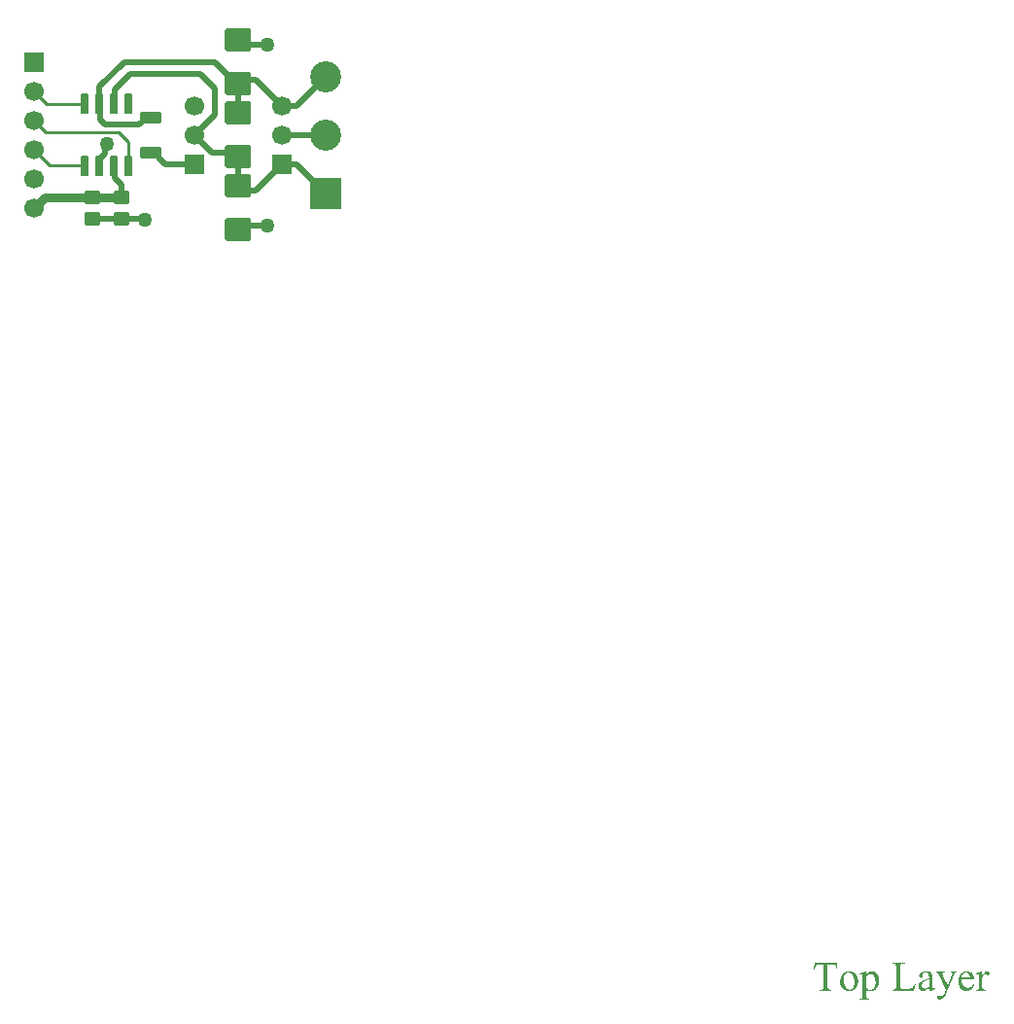
<source format=gbr>
%TF.GenerationSoftware,Altium Limited,Altium Designer,21.3.0 (21)*%
G04 Layer_Physical_Order=1*
G04 Layer_Color=255*
%FSLAX45Y45*%
%MOMM*%
%TF.SameCoordinates,798F48EE-B9F3-42F3-8741-5E889E50E555*%
%TF.FilePolarity,Positive*%
%TF.FileFunction,Copper,L1,Top,Signal*%
%TF.Part,Single*%
G01*
G75*
%TA.AperFunction,SMDPad,CuDef*%
G04:AMPARAMS|DCode=10|XSize=0.6mm|YSize=1.778mm|CornerRadius=0.06mm|HoleSize=0mm|Usage=FLASHONLY|Rotation=180.000|XOffset=0mm|YOffset=0mm|HoleType=Round|Shape=RoundedRectangle|*
%AMROUNDEDRECTD10*
21,1,0.60000,1.65800,0,0,180.0*
21,1,0.48000,1.77800,0,0,180.0*
1,1,0.12000,-0.24000,0.82900*
1,1,0.12000,0.24000,0.82900*
1,1,0.12000,0.24000,-0.82900*
1,1,0.12000,-0.24000,-0.82900*
%
%ADD10ROUNDEDRECTD10*%
G04:AMPARAMS|DCode=11|XSize=2.286mm|YSize=2.032mm|CornerRadius=0.2032mm|HoleSize=0mm|Usage=FLASHONLY|Rotation=0.000|XOffset=0mm|YOffset=0mm|HoleType=Round|Shape=RoundedRectangle|*
%AMROUNDEDRECTD11*
21,1,2.28600,1.62560,0,0,0.0*
21,1,1.87960,2.03200,0,0,0.0*
1,1,0.40640,0.93980,-0.81280*
1,1,0.40640,-0.93980,-0.81280*
1,1,0.40640,-0.93980,0.81280*
1,1,0.40640,0.93980,0.81280*
%
%ADD11ROUNDEDRECTD11*%
G04:AMPARAMS|DCode=12|XSize=1.8mm|YSize=1.1mm|CornerRadius=0.11mm|HoleSize=0mm|Usage=FLASHONLY|Rotation=0.000|XOffset=0mm|YOffset=0mm|HoleType=Round|Shape=RoundedRectangle|*
%AMROUNDEDRECTD12*
21,1,1.80000,0.88000,0,0,0.0*
21,1,1.58000,1.10000,0,0,0.0*
1,1,0.22000,0.79000,-0.44000*
1,1,0.22000,-0.79000,-0.44000*
1,1,0.22000,-0.79000,0.44000*
1,1,0.22000,0.79000,0.44000*
%
%ADD12ROUNDEDRECTD12*%
G04:AMPARAMS|DCode=13|XSize=1.4mm|YSize=1.2mm|CornerRadius=0.12mm|HoleSize=0mm|Usage=FLASHONLY|Rotation=0.000|XOffset=0mm|YOffset=0mm|HoleType=Round|Shape=RoundedRectangle|*
%AMROUNDEDRECTD13*
21,1,1.40000,0.96000,0,0,0.0*
21,1,1.16000,1.20000,0,0,0.0*
1,1,0.24000,0.58000,-0.48000*
1,1,0.24000,-0.58000,-0.48000*
1,1,0.24000,-0.58000,0.48000*
1,1,0.24000,0.58000,0.48000*
%
%ADD13ROUNDEDRECTD13*%
%TA.AperFunction,Conductor*%
%ADD14C,0.50800*%
%ADD15C,0.25400*%
%ADD16C,0.76200*%
%TA.AperFunction,ComponentPad*%
%ADD17C,2.70000*%
%ADD18R,2.70000X2.70000*%
%ADD19C,1.70000*%
%ADD20R,1.70000X1.70000*%
%ADD21R,1.70000X1.70000*%
%TA.AperFunction,ViaPad*%
%ADD22C,1.27000*%
G36*
X30175827Y12549945D02*
X30168716D01*
Y12550283D01*
Y12550622D01*
X30168378Y12552315D01*
X30168039Y12555023D01*
X30167361Y12558409D01*
X30166006Y12565519D01*
X30164993Y12568905D01*
X30163638Y12571614D01*
X30163300Y12571953D01*
X30162622Y12573307D01*
X30161267Y12575000D01*
X30159573Y12577370D01*
X30157544Y12579740D01*
X30154834Y12582449D01*
X30152127Y12584819D01*
X30148740Y12586850D01*
X30148401Y12587189D01*
X30147046Y12587527D01*
X30145016Y12588543D01*
X30142307Y12589559D01*
X30138922Y12590236D01*
X30134518Y12591252D01*
X30129779Y12591590D01*
X30124362Y12591929D01*
X30090503D01*
Y12406047D01*
Y12405709D01*
Y12405032D01*
Y12404016D01*
Y12402323D01*
X30090842Y12398599D01*
X30091180Y12394197D01*
X30091519Y12389457D01*
X30092535Y12385055D01*
X30093552Y12380992D01*
X30094568Y12379638D01*
X30095245Y12378284D01*
X30095581Y12377945D01*
X30096597Y12377268D01*
X30098291Y12375914D01*
X30100323Y12374559D01*
X30103369Y12373205D01*
X30107095Y12371851D01*
X30111157Y12371173D01*
X30116235Y12370835D01*
X30124701D01*
Y12364063D01*
X30021094D01*
Y12370835D01*
X30032269D01*
X30034976Y12371173D01*
X30038361Y12371851D01*
X30041748Y12373205D01*
X30045471Y12374559D01*
X30048859Y12376929D01*
X30051904Y12379977D01*
X30052243Y12380315D01*
X30052582Y12381331D01*
X30053259Y12383024D01*
X30053937Y12385394D01*
X30054614Y12388780D01*
X30055292Y12393520D01*
X30055969Y12398937D01*
Y12402323D01*
Y12406047D01*
Y12591929D01*
X30020755D01*
X30017032Y12591590D01*
X30009244Y12590913D01*
X30005521Y12590236D01*
X30002472Y12589220D01*
X30002133D01*
X30000778Y12588543D01*
X29999088Y12587527D01*
X29997055Y12586173D01*
X29994345Y12584480D01*
X29991638Y12582110D01*
X29988928Y12579401D01*
X29986221Y12576015D01*
X29985883Y12575677D01*
X29985205Y12574323D01*
X29984189Y12572291D01*
X29982834Y12569244D01*
X29981479Y12565519D01*
X29980466Y12561118D01*
X29979449Y12555701D01*
X29978772Y12549945D01*
X29972000D01*
X29974371Y12607165D01*
X30173456D01*
X30175827Y12549945D01*
D02*
G37*
G36*
X31482077Y12532677D02*
X31484445Y12532338D01*
X31486816Y12531661D01*
X31489862Y12530307D01*
X31492572Y12528953D01*
X31494943Y12526921D01*
X31495279Y12526583D01*
X31495959Y12525905D01*
X31496973Y12524551D01*
X31498328Y12522858D01*
X31499683Y12520827D01*
X31500699Y12518457D01*
X31501376Y12515748D01*
X31501712Y12513039D01*
Y12512701D01*
Y12512023D01*
X31501376Y12510669D01*
X31501035Y12508976D01*
X31499683Y12504913D01*
X31498666Y12503220D01*
X31496973Y12501189D01*
X31496634Y12500850D01*
X31496295Y12500512D01*
X31495279Y12499835D01*
X31493927Y12498819D01*
X31490201Y12497126D01*
X31488171Y12496787D01*
X31485800Y12496449D01*
X31484784D01*
X31483429Y12496787D01*
X31481738Y12497126D01*
X31479367Y12497803D01*
X31476996Y12499157D01*
X31474289Y12500512D01*
X31471579Y12502543D01*
X31471240Y12502882D01*
X31470224Y12503559D01*
X31468872Y12504575D01*
X31467178Y12505929D01*
X31463455Y12507961D01*
X31461761Y12508638D01*
X31460068Y12508976D01*
X31459390D01*
X31458035Y12508638D01*
X31456006Y12507283D01*
X31454651Y12506606D01*
X31453296Y12505252D01*
X31452957Y12504913D01*
X31451941Y12503898D01*
X31450250Y12501866D01*
X31448218Y12499496D01*
X31445847Y12496110D01*
X31442801Y12491709D01*
X31439752Y12486630D01*
X31436707Y12480874D01*
Y12402323D01*
Y12401646D01*
Y12399953D01*
X31437045Y12397583D01*
Y12394536D01*
X31438062Y12387764D01*
X31439075Y12384378D01*
X31440091Y12381669D01*
Y12381331D01*
X31440430Y12380992D01*
X31442123Y12378961D01*
X31444492Y12376252D01*
X31448218Y12373543D01*
X31448557D01*
X31449234Y12373205D01*
X31450589Y12372528D01*
X31452618Y12372189D01*
X31454990Y12371512D01*
X31458035Y12370835D01*
X31461423Y12370496D01*
X31465485D01*
Y12364063D01*
X31381177D01*
Y12370496D01*
X31383209D01*
X31385242Y12370835D01*
X31387949D01*
X31394043Y12372189D01*
X31397092Y12372866D01*
X31399463Y12374221D01*
X31399799D01*
X31400140Y12374898D01*
X31402170Y12376591D01*
X31404202Y12379638D01*
X31405896Y12383701D01*
Y12384039D01*
X31406232Y12384378D01*
Y12385394D01*
X31406573Y12387087D01*
Y12389457D01*
X31406912Y12392504D01*
Y12396228D01*
Y12401307D01*
Y12464622D01*
Y12464961D01*
Y12465976D01*
Y12467331D01*
Y12469024D01*
Y12471394D01*
Y12473764D01*
Y12479520D01*
X31406573Y12485276D01*
X31406232Y12491031D01*
Y12493401D01*
X31405896Y12495433D01*
Y12497126D01*
X31405557Y12498480D01*
Y12498819D01*
X31405219Y12499496D01*
X31404541Y12501527D01*
X31403186Y12504236D01*
X31401154Y12506606D01*
X31400476Y12506945D01*
X31399124Y12507961D01*
X31396753Y12508638D01*
X31393365Y12508976D01*
X31391336D01*
X31389642Y12508638D01*
X31385919Y12507961D01*
X31380841Y12506606D01*
X31379147Y12513039D01*
X31428918Y12533016D01*
X31436707D01*
Y12495772D01*
X31437045Y12496110D01*
X31437720Y12497464D01*
X31438736Y12499157D01*
X31440091Y12501527D01*
X31442123Y12504575D01*
X31444156Y12507622D01*
X31449573Y12514394D01*
X31456006Y12521165D01*
X31459390Y12524551D01*
X31463116Y12527260D01*
X31466840Y12529630D01*
X31470563Y12531323D01*
X31474628Y12532677D01*
X31478690Y12533016D01*
X31480383D01*
X31482077Y12532677D01*
D02*
G37*
G36*
X30481903D02*
X30483936Y12532338D01*
X30486646Y12532000D01*
X30492401Y12530645D01*
X30498834Y12528275D01*
X30502219Y12526583D01*
X30505606Y12524890D01*
X30509329Y12522520D01*
X30512714Y12519811D01*
X30516101Y12516764D01*
X30519150Y12513378D01*
X30519489Y12513039D01*
X30520163Y12512362D01*
X30521179Y12511008D01*
X30522195Y12508976D01*
X30523889Y12506606D01*
X30525583Y12503898D01*
X30527274Y12500512D01*
X30529306Y12496787D01*
X30531339Y12492724D01*
X30533029Y12487984D01*
X30534723Y12482905D01*
X30536417Y12477488D01*
X30537433Y12471394D01*
X30538449Y12465299D01*
X30539124Y12458866D01*
X30539462Y12451756D01*
Y12451417D01*
Y12450063D01*
Y12447693D01*
X30539124Y12444646D01*
X30538785Y12441260D01*
X30538110Y12436858D01*
X30537433Y12432118D01*
X30536417Y12427039D01*
X30535062Y12421622D01*
X30533368Y12416205D01*
X30531339Y12410110D01*
X30528967Y12404354D01*
X30526260Y12398599D01*
X30522873Y12392504D01*
X30519150Y12387087D01*
X30514746Y12381669D01*
X30514407Y12381331D01*
X30513730Y12380654D01*
X30512714Y12379638D01*
X30511023Y12378284D01*
X30509329Y12376252D01*
X30506961Y12374559D01*
X30503912Y12372528D01*
X30500864Y12370496D01*
X30497479Y12368126D01*
X30493756Y12366095D01*
X30484952Y12362709D01*
X30480212Y12361016D01*
X30475134Y12360000D01*
X30470053Y12359323D01*
X30464297Y12358984D01*
X30461929D01*
X30459558Y12359323D01*
X30456512Y12359662D01*
X30452786Y12360000D01*
X30449063Y12360677D01*
X30444998Y12361693D01*
X30441275Y12363047D01*
X30440936D01*
X30439920Y12363725D01*
X30438565Y12364402D01*
X30436536Y12365417D01*
X30434164Y12366772D01*
X30431458Y12368465D01*
X30428748Y12370835D01*
X30425360Y12373543D01*
Y12323433D01*
Y12323095D01*
Y12322756D01*
Y12320725D01*
Y12318016D01*
X30425699Y12314630D01*
Y12310906D01*
X30426376Y12307520D01*
X30426715Y12304473D01*
X30427393Y12302103D01*
Y12301764D01*
X30427731Y12301425D01*
X30429086Y12299394D01*
X30431116Y12297024D01*
X30434503Y12294654D01*
X30434842D01*
X30435519Y12294315D01*
X30436874Y12293977D01*
X30438904Y12293300D01*
X30441275Y12292961D01*
X30444659Y12292284D01*
X30448386Y12291945D01*
X30453125D01*
Y12285512D01*
X30367126D01*
Y12291945D01*
X30373221D01*
X30374911Y12292284D01*
X30377283Y12292622D01*
X30382700Y12293638D01*
X30385410Y12294654D01*
X30388116Y12296008D01*
X30388794Y12296347D01*
X30390149Y12297363D01*
X30391843Y12299394D01*
X30393536Y12302103D01*
Y12302441D01*
X30393872Y12303118D01*
X30394211Y12304473D01*
X30394550Y12306504D01*
X30394888Y12309551D01*
X30395227Y12313276D01*
X30395566Y12318355D01*
Y12324449D01*
Y12480197D01*
Y12480535D01*
Y12480874D01*
Y12482905D01*
Y12485614D01*
X30395227Y12488661D01*
Y12492047D01*
X30394888Y12495433D01*
X30394550Y12498142D01*
X30393872Y12500173D01*
Y12500512D01*
X30393536Y12500850D01*
X30392856Y12502543D01*
X30391165Y12504913D01*
X30389133Y12506606D01*
X30388455Y12506945D01*
X30387103Y12507961D01*
X30384393Y12508638D01*
X30380667Y12508976D01*
X30378976D01*
X30377960Y12508638D01*
X30374234Y12507961D01*
X30369833Y12506606D01*
X30367801Y12512362D01*
X30418250Y12532338D01*
X30425360D01*
Y12494417D01*
X30426038Y12495094D01*
X30426715Y12496110D01*
X30427393Y12497464D01*
X30430099Y12501189D01*
X30433148Y12505929D01*
X30437213Y12510669D01*
X30441275Y12515748D01*
X30446014Y12520488D01*
X30450754Y12524212D01*
X30451431Y12524551D01*
X30453125Y12525567D01*
X30455496Y12526921D01*
X30458881Y12528614D01*
X30462943Y12530307D01*
X30467685Y12531661D01*
X30472763Y12532677D01*
X30477841Y12533016D01*
X30480212D01*
X30481903Y12532677D01*
D02*
G37*
G36*
X31211887Y12521842D02*
X31211548D01*
X31210873Y12521504D01*
X31209518D01*
X31208163Y12521165D01*
X31204776Y12520149D01*
X31201730Y12518795D01*
X31201053Y12518457D01*
X31199359Y12517102D01*
X31196991Y12514394D01*
X31195297Y12512701D01*
X31193942Y12510669D01*
X31193604Y12509992D01*
X31193265Y12509315D01*
X31192587Y12507961D01*
X31191571Y12506268D01*
X31190558Y12503898D01*
X31189542Y12500850D01*
X31187848Y12497126D01*
X31120810Y12333252D01*
Y12332914D01*
X31120471Y12332236D01*
X31119794Y12330882D01*
X31119116Y12329528D01*
X31118100Y12327496D01*
X31117084Y12325126D01*
X31114038Y12320047D01*
X31110312Y12313953D01*
X31106250Y12308197D01*
X31101172Y12302441D01*
X31095416Y12297363D01*
X31094739Y12296685D01*
X31092706Y12295331D01*
X31089658Y12293300D01*
X31085934Y12291268D01*
X31081195Y12288898D01*
X31076453Y12286866D01*
X31071036Y12285512D01*
X31065619Y12284835D01*
X31063928D01*
X31061896Y12285174D01*
X31059525Y12285512D01*
X31056818Y12286528D01*
X31053769Y12287544D01*
X31051062Y12289237D01*
X31048352Y12291268D01*
X31048013Y12291607D01*
X31047336Y12292284D01*
X31046320Y12293638D01*
X31044965Y12295331D01*
X31043613Y12297363D01*
X31042596Y12299733D01*
X31041919Y12302441D01*
X31041580Y12305150D01*
Y12305488D01*
Y12306504D01*
X31041919Y12307859D01*
X31042258Y12309551D01*
X31043613Y12313614D01*
X31044629Y12315307D01*
X31046320Y12317339D01*
X31046658Y12317677D01*
X31047336Y12318016D01*
X31048352Y12318693D01*
X31049707Y12319709D01*
X31051740Y12320386D01*
X31054108Y12321063D01*
X31056818Y12321402D01*
X31059863Y12321740D01*
X31060880D01*
X31062234Y12321402D01*
X31063928D01*
X31066296Y12320725D01*
X31069006Y12320047D01*
X31072052Y12319370D01*
X31075778Y12318016D01*
X31076117D01*
X31076794Y12317677D01*
X31078146Y12317339D01*
X31079501Y12316662D01*
X31082550Y12315646D01*
X31083566Y12315307D01*
X31085596D01*
X31086612Y12315646D01*
X31087967Y12315985D01*
X31089999Y12316662D01*
X31092029Y12317677D01*
X31094061Y12319032D01*
X31096432Y12321063D01*
X31096768Y12321402D01*
X31097446Y12322079D01*
X31098801Y12323772D01*
X31100494Y12325803D01*
X31102524Y12328512D01*
X31104556Y12332236D01*
X31106927Y12336977D01*
X31109296Y12342394D01*
X31120810Y12370835D01*
X31061896Y12494079D01*
Y12494417D01*
X31061557Y12495094D01*
X31060880Y12496449D01*
X31059863Y12498142D01*
X31058511Y12500173D01*
X31057156Y12502543D01*
X31053430Y12507961D01*
X31053091Y12508299D01*
X31052753Y12508976D01*
X31051740Y12509992D01*
X31050723Y12511346D01*
X31048352Y12514394D01*
X31046997Y12515748D01*
X31045981Y12516764D01*
X31045645D01*
X31045306Y12517102D01*
X31044290Y12517779D01*
X31042935Y12518457D01*
X31040903Y12519134D01*
X31038873Y12520149D01*
X31035825Y12520827D01*
X31032776Y12521842D01*
Y12528275D01*
X31109296D01*
Y12521842D01*
X31104218D01*
X31102863Y12521504D01*
X31101172D01*
X31097107Y12520149D01*
X31095078Y12519472D01*
X31093384Y12518118D01*
X31092706Y12517441D01*
X31091351Y12515748D01*
X31089999Y12513039D01*
X31089658Y12511346D01*
X31089322Y12509315D01*
Y12508976D01*
Y12507961D01*
X31089658Y12506606D01*
X31089999Y12504236D01*
X31090674Y12501527D01*
X31092029Y12498480D01*
X31093384Y12494417D01*
X31095416Y12490016D01*
X31135367Y12407063D01*
X31172272Y12497803D01*
Y12498142D01*
X31172614Y12499157D01*
X31173288Y12500512D01*
X31173965Y12502543D01*
X31174982Y12506945D01*
X31175320Y12512362D01*
Y12513039D01*
Y12514394D01*
X31174643Y12516086D01*
X31173965Y12517441D01*
X31173627Y12517779D01*
X31172949Y12518457D01*
X31171597Y12519472D01*
X31169565Y12520488D01*
X31168887Y12520827D01*
X31168210D01*
X31167194Y12521165D01*
X31165503Y12521504D01*
X31163809D01*
X31161438Y12521842D01*
X31158731D01*
Y12528275D01*
X31211887D01*
Y12521842D01*
D02*
G37*
G36*
X30761234Y12600393D02*
X30758188D01*
X30754462Y12600055D01*
X30750400D01*
X30745999Y12599378D01*
X30741257Y12598700D01*
X30737195Y12598023D01*
X30733810Y12596669D01*
X30733472D01*
X30732455Y12595992D01*
X30731100Y12595315D01*
X30729745Y12593960D01*
X30726022Y12591252D01*
X30724667Y12589220D01*
X30723312Y12587189D01*
Y12586850D01*
X30722974Y12586173D01*
X30722635Y12584480D01*
X30721960Y12581771D01*
X30721622Y12578386D01*
X30720944Y12573645D01*
Y12570937D01*
X30720605Y12567890D01*
Y12564165D01*
Y12560441D01*
Y12407402D01*
Y12406724D01*
Y12405032D01*
Y12402323D01*
X30720944Y12399276D01*
X30721622Y12392504D01*
X30722299Y12389457D01*
X30723312Y12386748D01*
X30723651Y12386071D01*
X30725006Y12384717D01*
X30727039Y12383024D01*
X30729745Y12381331D01*
X30730084D01*
X30730762Y12380992D01*
X30732455Y12380654D01*
X30735165D01*
X30738550Y12380315D01*
X30740921Y12379977D01*
X30743628D01*
X30746677Y12379638D01*
X30782565D01*
X30785275Y12379977D01*
X30791031Y12380315D01*
X30797464Y12380654D01*
X30803897Y12381331D01*
X30809991Y12382347D01*
X30812360Y12383024D01*
X30814731Y12383701D01*
X30815408Y12384039D01*
X30816763Y12384378D01*
X30818793Y12385394D01*
X30821503Y12387087D01*
X30824887Y12389118D01*
X30828275Y12391488D01*
X30831998Y12394536D01*
X30835385Y12398260D01*
X30835724Y12398599D01*
X30837076Y12400291D01*
X30838770Y12402662D01*
X30841479Y12406386D01*
X30844186Y12411126D01*
X30847235Y12416543D01*
X30850958Y12423654D01*
X30854346Y12431441D01*
X30860101Y12430087D01*
X30839447Y12364063D01*
X30651196D01*
Y12370835D01*
X30662708D01*
X30665417Y12371512D01*
X30668463Y12372189D01*
X30672189Y12373205D01*
X30675912Y12374898D01*
X30679297Y12377268D01*
X30682007Y12380654D01*
X30682346Y12380992D01*
X30682684Y12382008D01*
X30683362Y12383701D01*
X30684039Y12386071D01*
X30684714Y12389795D01*
X30685391Y12394197D01*
X30686069Y12399953D01*
Y12403339D01*
Y12407063D01*
Y12564165D01*
Y12564504D01*
Y12565181D01*
Y12566197D01*
Y12567890D01*
X30685730Y12571614D01*
X30685391Y12576015D01*
X30684714Y12580756D01*
X30684039Y12585496D01*
X30682684Y12589559D01*
X30682007Y12590913D01*
X30680991Y12592267D01*
X30680652Y12592606D01*
X30679636Y12593622D01*
X30677942Y12594976D01*
X30675574Y12596330D01*
X30672864Y12597685D01*
X30669141Y12599039D01*
X30664740Y12600055D01*
X30659998Y12600393D01*
X30651196D01*
Y12607165D01*
X30761234D01*
Y12600393D01*
D02*
G37*
G36*
X30952194Y12532677D02*
X30954565D01*
X30959644Y12532000D01*
X30965060Y12531323D01*
X30971155Y12529968D01*
X30977249Y12527937D01*
X30982666Y12525567D01*
X30983005Y12525228D01*
X30984360Y12524551D01*
X30986392Y12523197D01*
X30988422Y12521165D01*
X30991132Y12518795D01*
X30993839Y12515748D01*
X30996210Y12512362D01*
X30998242Y12508299D01*
Y12507961D01*
X30998920Y12506606D01*
X30999258Y12504575D01*
X30999936Y12501527D01*
X31000613Y12497126D01*
X31000952Y12491709D01*
X31001288Y12488661D01*
X31001627Y12484937D01*
Y12481213D01*
Y12476811D01*
Y12420945D01*
Y12420606D01*
Y12419929D01*
Y12418913D01*
Y12417221D01*
Y12413158D01*
Y12408756D01*
X31001965Y12403677D01*
Y12398937D01*
Y12394874D01*
X31002304Y12393520D01*
Y12392165D01*
Y12391827D01*
X31002643Y12391488D01*
X31002982Y12389457D01*
X31003998Y12387087D01*
X31005353Y12385394D01*
X31005692Y12385055D01*
X31006708Y12384717D01*
X31008060Y12384039D01*
X31010092Y12383701D01*
X31011786D01*
X31013477Y12384039D01*
X31015170Y12384717D01*
X31015509D01*
X31015848Y12385394D01*
X31016864Y12386071D01*
X31018558Y12387425D01*
X31020251Y12389118D01*
X31022958Y12391150D01*
X31026007Y12394197D01*
X31029730Y12397921D01*
Y12387764D01*
X31029391Y12387425D01*
X31028714Y12386748D01*
X31027698Y12385394D01*
X31026343Y12383701D01*
X31024313Y12381669D01*
X31022281Y12379299D01*
X31017203Y12374559D01*
X31011447Y12369480D01*
X31005014Y12365079D01*
X31001627Y12363386D01*
X30998242Y12362032D01*
X30994855Y12361355D01*
X30991470Y12361016D01*
X30990115D01*
X30988422Y12361355D01*
X30986392Y12361693D01*
X30984021Y12362370D01*
X30981653Y12363386D01*
X30979282Y12364740D01*
X30977249Y12366772D01*
X30976910Y12367110D01*
X30976572Y12368126D01*
X30975558Y12369480D01*
X30974881Y12371512D01*
X30973865Y12374559D01*
X30972849Y12377945D01*
X30972510Y12382347D01*
X30972171Y12387425D01*
X30971832Y12387087D01*
X30971155Y12386748D01*
X30969800Y12385732D01*
X30968109Y12384378D01*
X30963708Y12381331D01*
X30958627Y12377268D01*
X30953210Y12373543D01*
X30948132Y12369819D01*
X30943729Y12366772D01*
X30941699Y12365756D01*
X30940344Y12365079D01*
X30940005Y12364740D01*
X30938651Y12364402D01*
X30936621Y12363725D01*
X30934250Y12363047D01*
X30930865Y12362032D01*
X30927478Y12361355D01*
X30923755Y12361016D01*
X30919690Y12360677D01*
X30919016D01*
X30916983Y12361016D01*
X30913596Y12361355D01*
X30909872Y12362032D01*
X30905472Y12363386D01*
X30900729Y12365417D01*
X30895990Y12368465D01*
X30891589Y12372189D01*
X30891251Y12372866D01*
X30889896Y12374221D01*
X30888202Y12376929D01*
X30886172Y12380315D01*
X30884140Y12384717D01*
X30882446Y12389795D01*
X30881094Y12395890D01*
X30880753Y12402662D01*
Y12403339D01*
Y12404693D01*
X30881094Y12407063D01*
X30881430Y12409772D01*
X30882108Y12413158D01*
X30882785Y12416543D01*
X30884140Y12420268D01*
X30885834Y12423654D01*
X30886172Y12424331D01*
X30887186Y12425685D01*
X30889218Y12428055D01*
X30891928Y12431102D01*
X30895312Y12434488D01*
X30899716Y12438213D01*
X30905133Y12442276D01*
X30911566Y12446339D01*
X30911905D01*
X30912582Y12446677D01*
X30913596Y12447354D01*
X30914951Y12448370D01*
X30916983Y12449386D01*
X30919690Y12450740D01*
X30922400Y12452094D01*
X30926123Y12453787D01*
X30929849Y12455480D01*
X30934250Y12457512D01*
X30939328Y12459882D01*
X30944745Y12461913D01*
X30950842Y12464622D01*
X30957275Y12466992D01*
X30964383Y12470039D01*
X30972171Y12472748D01*
Y12479181D01*
Y12479520D01*
Y12480197D01*
Y12481551D01*
Y12483244D01*
X30971832Y12485276D01*
Y12487307D01*
X30971155Y12492386D01*
X30970139Y12498142D01*
X30968784Y12503559D01*
X30967093Y12508638D01*
X30965738Y12510669D01*
X30964383Y12512701D01*
X30964044Y12513039D01*
X30963031Y12514055D01*
X30960999Y12515748D01*
X30958627Y12517441D01*
X30955582Y12519134D01*
X30951517Y12520827D01*
X30947116Y12521842D01*
X30941699Y12522181D01*
X30940005D01*
X30937973Y12521842D01*
X30935266Y12521504D01*
X30932556Y12520488D01*
X30929510Y12519472D01*
X30926462Y12517779D01*
X30923755Y12515748D01*
X30923416Y12515409D01*
X30922739Y12514732D01*
X30921722Y12513378D01*
X30920367Y12511685D01*
X30919016Y12509653D01*
X30917999Y12507283D01*
X30917322Y12504575D01*
X30916983Y12501866D01*
X30917661Y12491370D01*
Y12491031D01*
Y12490016D01*
X30917322Y12488661D01*
X30916983Y12486630D01*
X30915967Y12482567D01*
X30914612Y12480535D01*
X30913257Y12478842D01*
X30912918Y12478504D01*
X30912582Y12478165D01*
X30911566Y12477488D01*
X30910211Y12476811D01*
X30906824Y12475118D01*
X30904456Y12474779D01*
X30902084Y12474441D01*
X30901068D01*
X30899716Y12474779D01*
X30898361Y12475118D01*
X30894974Y12476472D01*
X30892944Y12477488D01*
X30891251Y12478842D01*
Y12479181D01*
X30890573Y12479858D01*
X30889896Y12480874D01*
X30889218Y12482228D01*
X30888541Y12483921D01*
X30887863Y12486291D01*
X30887527Y12489000D01*
X30887186Y12491709D01*
Y12492047D01*
Y12492386D01*
X30887527Y12494417D01*
X30887863Y12497126D01*
X30889218Y12500850D01*
X30890912Y12505252D01*
X30893619Y12509992D01*
X30897684Y12515071D01*
X30900052Y12517441D01*
X30902762Y12519811D01*
X30903101D01*
X30903439Y12520488D01*
X30904456Y12521165D01*
X30905807Y12521842D01*
X30907162Y12522858D01*
X30909195Y12523874D01*
X30911566Y12525228D01*
X30914273Y12526583D01*
X30920367Y12528953D01*
X30927817Y12530984D01*
X30936621Y12532338D01*
X30946777Y12533016D01*
X30950500D01*
X30952194Y12532677D01*
D02*
G37*
G36*
X31308044D02*
X31310416Y12532338D01*
X31313123Y12532000D01*
X31319556Y12530645D01*
X31326666Y12528614D01*
X31334116Y12525228D01*
X31337839Y12523197D01*
X31341565Y12520827D01*
X31345288Y12518118D01*
X31348672Y12514732D01*
X31349014Y12514394D01*
X31349353Y12514055D01*
X31350366Y12512701D01*
X31351382Y12511346D01*
X31352737Y12509653D01*
X31354431Y12507283D01*
X31356122Y12504913D01*
X31357816Y12501866D01*
X31359171Y12498480D01*
X31360864Y12494756D01*
X31362555Y12490693D01*
X31363910Y12486630D01*
X31365942Y12476811D01*
X31366281Y12471394D01*
X31366620Y12465976D01*
X31253195D01*
Y12465638D01*
Y12464283D01*
Y12462591D01*
X31253534Y12459882D01*
Y12456835D01*
X31254211Y12453449D01*
X31254550Y12449386D01*
X31255225Y12444984D01*
X31257257Y12435843D01*
X31260641Y12426362D01*
X31262674Y12421622D01*
X31265045Y12417221D01*
X31267752Y12412819D01*
X31270801Y12408756D01*
X31271140Y12408417D01*
X31271478Y12407740D01*
X31272495Y12406724D01*
X31273849Y12405709D01*
X31275540Y12404016D01*
X31277911Y12402323D01*
X31282651Y12398599D01*
X31289084Y12394536D01*
X31296194Y12391488D01*
X31299918Y12390134D01*
X31303983Y12389118D01*
X31308383Y12388441D01*
X31312784Y12388102D01*
X31315494D01*
X31318542Y12388441D01*
X31322266Y12389118D01*
X31326666Y12390134D01*
X31331406Y12391827D01*
X31336148Y12393858D01*
X31340887Y12396567D01*
X31341565Y12396906D01*
X31342920Y12398260D01*
X31345288Y12400630D01*
X31347998Y12403677D01*
X31351382Y12408079D01*
X31354770Y12413158D01*
X31358154Y12419591D01*
X31361203Y12427378D01*
X31366620Y12423654D01*
Y12423315D01*
X31366281Y12422638D01*
Y12421284D01*
X31365604Y12419591D01*
X31365265Y12417221D01*
X31364249Y12414850D01*
X31362219Y12408756D01*
X31359509Y12401984D01*
X31355786Y12394536D01*
X31350705Y12386748D01*
X31344611Y12378961D01*
X31344272Y12378622D01*
X31343933Y12377945D01*
X31342920Y12377268D01*
X31341226Y12375914D01*
X31339532Y12374221D01*
X31337500Y12372528D01*
X31335132Y12370835D01*
X31332083Y12369142D01*
X31325650Y12365417D01*
X31317862Y12362032D01*
X31313461Y12360677D01*
X31309061Y12360000D01*
X31304321Y12359323D01*
X31299240Y12358984D01*
X31296533D01*
X31294162Y12359323D01*
X31291794Y12359662D01*
X31288745Y12360339D01*
X31285361Y12361016D01*
X31281973Y12361693D01*
X31273849Y12364402D01*
X31269785Y12366433D01*
X31265384Y12368465D01*
X31261319Y12371173D01*
X31256918Y12374221D01*
X31252856Y12377606D01*
X31248792Y12381669D01*
X31248453Y12382008D01*
X31247778Y12382685D01*
X31246762Y12384039D01*
X31245407Y12385732D01*
X31244052Y12388102D01*
X31242020Y12391150D01*
X31240329Y12394197D01*
X31238297Y12397921D01*
X31236264Y12402323D01*
X31234573Y12407063D01*
X31232541Y12412142D01*
X31231186Y12417559D01*
X31229831Y12423315D01*
X31228815Y12429748D01*
X31228140Y12436520D01*
X31227802Y12443630D01*
Y12443969D01*
Y12445323D01*
Y12447693D01*
X31228140Y12450740D01*
X31228479Y12454126D01*
X31228815Y12458189D01*
X31229495Y12462591D01*
X31230508Y12467669D01*
X31232880Y12478165D01*
X31234912Y12483583D01*
X31236942Y12489000D01*
X31239313Y12494417D01*
X31242020Y12499835D01*
X31245407Y12504575D01*
X31249130Y12509315D01*
X31249469Y12509653D01*
X31250146Y12510331D01*
X31251501Y12511346D01*
X31253195Y12513039D01*
X31255225Y12514732D01*
X31257596Y12516764D01*
X31260641Y12519134D01*
X31264029Y12521165D01*
X31267752Y12523535D01*
X31271817Y12525567D01*
X31276218Y12527598D01*
X31281296Y12529291D01*
X31286374Y12530984D01*
X31291794Y12532000D01*
X31297211Y12532677D01*
X31303305Y12533016D01*
X31306012D01*
X31308044Y12532677D01*
D02*
G37*
G36*
X30280447D02*
X30282819D01*
X30286203Y12532000D01*
X30289590Y12531661D01*
X30293652Y12530645D01*
X30298053Y12529630D01*
X30302795Y12527937D01*
X30307874Y12526244D01*
X30312613Y12523874D01*
X30317691Y12521165D01*
X30322772Y12517779D01*
X30327512Y12514055D01*
X30332251Y12509653D01*
X30336652Y12504575D01*
X30336990Y12504236D01*
X30337329Y12503559D01*
X30338345Y12502205D01*
X30339700Y12500173D01*
X30341055Y12498142D01*
X30342746Y12495094D01*
X30344440Y12492047D01*
X30346472Y12488661D01*
X30348166Y12484598D01*
X30349857Y12480197D01*
X30352905Y12470716D01*
X30354260Y12465638D01*
X30355276Y12460220D01*
X30355612Y12454803D01*
X30355951Y12449047D01*
Y12448709D01*
Y12448031D01*
Y12447016D01*
Y12445323D01*
X30355612Y12443291D01*
X30355276Y12440921D01*
X30354599Y12435165D01*
X30353244Y12428394D01*
X30351550Y12420945D01*
X30348843Y12412819D01*
X30345117Y12404354D01*
Y12404016D01*
X30344778Y12403339D01*
X30344101Y12402323D01*
X30343085Y12400630D01*
X30340717Y12396567D01*
X30337668Y12391488D01*
X30333267Y12386071D01*
X30328528Y12380315D01*
X30322772Y12374898D01*
X30316000Y12370158D01*
X30315662D01*
X30315323Y12369819D01*
X30314307Y12369142D01*
X30312613Y12368465D01*
X30310922Y12367449D01*
X30308890Y12366772D01*
X30303809Y12364740D01*
X30297717Y12362370D01*
X30290607Y12360677D01*
X30283157Y12359323D01*
X30274692Y12358984D01*
X30272998D01*
X30271307Y12359323D01*
X30268597D01*
X30265552Y12360000D01*
X30261826Y12360677D01*
X30257764Y12361355D01*
X30253363Y12362709D01*
X30248959Y12364402D01*
X30244220Y12366095D01*
X30239142Y12368465D01*
X30234402Y12371512D01*
X30229321Y12374898D01*
X30224582Y12378622D01*
X30220181Y12383362D01*
X30215778Y12388441D01*
X30215439Y12388780D01*
X30215103Y12389457D01*
X30214087Y12390811D01*
X30213071Y12392843D01*
X30211716Y12395213D01*
X30210022Y12397921D01*
X30208331Y12400969D01*
X30206638Y12404693D01*
X30204944Y12408756D01*
X30203253Y12412819D01*
X30200204Y12422299D01*
X30198172Y12433134D01*
X30197833Y12438551D01*
X30197495Y12444307D01*
Y12444646D01*
Y12445323D01*
Y12446677D01*
X30197833Y12448370D01*
Y12450402D01*
X30198172Y12452772D01*
X30198849Y12458528D01*
X30200204Y12465299D01*
X30202237Y12472748D01*
X30204944Y12480874D01*
X30208670Y12489338D01*
Y12489677D01*
X30209344Y12490354D01*
X30209686Y12491370D01*
X30210699Y12493063D01*
X30213071Y12497126D01*
X30216455Y12501866D01*
X30220859Y12507283D01*
X30225937Y12512701D01*
X30231693Y12517779D01*
X30238126Y12522181D01*
X30238464D01*
X30238803Y12522520D01*
X30239819Y12523197D01*
X30241174Y12523874D01*
X30244897Y12525567D01*
X30249976Y12527598D01*
X30255731Y12529630D01*
X30262164Y12531323D01*
X30269275Y12532677D01*
X30276724Y12533016D01*
X30278418D01*
X30280447Y12532677D01*
D02*
G37*
%LPC*%
G36*
X30463620Y12507283D02*
X30462268D01*
X30460574Y12506945D01*
X30458203Y12506606D01*
X30455835Y12506268D01*
X30452786Y12505590D01*
X30449738Y12504236D01*
X30446692Y12502882D01*
X30446353D01*
X30445337Y12502205D01*
X30443982Y12500850D01*
X30441614Y12499157D01*
X30438565Y12496787D01*
X30434842Y12493401D01*
X30430441Y12489000D01*
X30425360Y12483583D01*
Y12421961D01*
Y12421622D01*
Y12420945D01*
Y12419929D01*
Y12418913D01*
Y12415189D01*
X30425699Y12411126D01*
Y12406724D01*
X30426038Y12402662D01*
X30426376Y12398937D01*
X30426715Y12395890D01*
Y12395551D01*
X30427393Y12394197D01*
X30428070Y12392165D01*
X30429425Y12389795D01*
X30431116Y12386748D01*
X30433148Y12383701D01*
X30435858Y12380654D01*
X30439243Y12377606D01*
X30439581Y12377268D01*
X30440936Y12376252D01*
X30443307Y12375236D01*
X30446014Y12373882D01*
X30449738Y12372189D01*
X30453802Y12371173D01*
X30458542Y12370158D01*
X30463959Y12369819D01*
X30465652D01*
X30467007Y12370158D01*
X30470392Y12370496D01*
X30474457Y12371512D01*
X30478857Y12373205D01*
X30483936Y12375575D01*
X30488675Y12378961D01*
X30493079Y12383701D01*
X30493417Y12384039D01*
X30493756Y12384717D01*
X30494431Y12385732D01*
X30495447Y12387087D01*
X30496463Y12389118D01*
X30497818Y12391150D01*
X30499173Y12393858D01*
X30500528Y12396906D01*
X30501880Y12400630D01*
X30502896Y12404354D01*
X30504251Y12408417D01*
X30505267Y12413158D01*
X30506281Y12418236D01*
X30506961Y12423315D01*
X30507635Y12429071D01*
Y12435165D01*
Y12435504D01*
Y12436858D01*
Y12438890D01*
X30507297Y12441260D01*
Y12444646D01*
X30506622Y12448031D01*
X30506281Y12452094D01*
X30505606Y12456496D01*
X30503574Y12465976D01*
X30500528Y12475457D01*
X30498834Y12480197D01*
X30496463Y12484598D01*
X30494092Y12489000D01*
X30491046Y12493063D01*
X30490369Y12493740D01*
X30489014Y12495433D01*
X30486646Y12497464D01*
X30483258Y12500173D01*
X30479196Y12502882D01*
X30474792Y12504913D01*
X30469376Y12506606D01*
X30463620Y12507283D01*
D02*
G37*
G36*
X30972171Y12461913D02*
X30971832D01*
X30971155Y12461575D01*
X30969464Y12460898D01*
X30967770Y12460220D01*
X30965738Y12459205D01*
X30963031Y12458189D01*
X30957611Y12455819D01*
X30951517Y12453449D01*
X30945761Y12450740D01*
X30940683Y12448370D01*
X30938651Y12447354D01*
X30936960Y12446339D01*
X30936282Y12446000D01*
X30934589Y12444984D01*
X30932220Y12443291D01*
X30929172Y12441260D01*
X30925784Y12438890D01*
X30922400Y12436181D01*
X30919351Y12433134D01*
X30916644Y12429748D01*
X30916306Y12429409D01*
X30915628Y12428394D01*
X30914951Y12426701D01*
X30913934Y12424331D01*
X30912582Y12421622D01*
X30911905Y12418236D01*
X30911227Y12414850D01*
X30910889Y12411126D01*
Y12410449D01*
Y12409095D01*
X30911227Y12406724D01*
X30911905Y12403677D01*
X30912582Y12400291D01*
X30913934Y12396567D01*
X30915967Y12393181D01*
X30918338Y12389795D01*
X30918674Y12389457D01*
X30919690Y12388441D01*
X30921384Y12387087D01*
X30923416Y12385732D01*
X30926123Y12384039D01*
X30929172Y12382685D01*
X30932556Y12381669D01*
X30936282Y12381331D01*
X30936960D01*
X30938651Y12381669D01*
X30941699Y12382347D01*
X30945761Y12383701D01*
X30950842Y12385732D01*
X30957275Y12388780D01*
X30960660Y12390811D01*
X30964383Y12393520D01*
X30968109Y12396228D01*
X30972171Y12399276D01*
Y12461913D01*
D02*
G37*
G36*
X31293484Y12520149D02*
X31292807D01*
X31291116Y12519811D01*
X31288068Y12519472D01*
X31284683Y12518795D01*
X31280280Y12517102D01*
X31275879Y12515071D01*
X31271140Y12512362D01*
X31266739Y12508299D01*
X31266400Y12507622D01*
X31264706Y12506268D01*
X31263013Y12503559D01*
X31260641Y12500173D01*
X31258273Y12495433D01*
X31255902Y12490016D01*
X31254211Y12483583D01*
X31253195Y12476472D01*
X31329376D01*
Y12476811D01*
Y12477150D01*
X31329037Y12479181D01*
Y12481890D01*
X31328360Y12484937D01*
X31327344Y12492386D01*
X31326328Y12495772D01*
X31325311Y12498480D01*
X31324973Y12498819D01*
X31324634Y12500173D01*
X31323618Y12501866D01*
X31321927Y12504236D01*
X31320233Y12506945D01*
X31317862Y12509653D01*
X31315155Y12512023D01*
X31312109Y12514394D01*
X31311768Y12514732D01*
X31310754Y12515409D01*
X31308722Y12516086D01*
X31306351Y12517441D01*
X31303644Y12518457D01*
X31300595Y12519134D01*
X31297211Y12519811D01*
X31293484Y12520149D01*
D02*
G37*
G36*
X30271307Y12521504D02*
X30269614D01*
X30267581Y12521165D01*
X30265213Y12520827D01*
X30262164Y12520149D01*
X30259119Y12519134D01*
X30255731Y12517779D01*
X30252008Y12515748D01*
X30251669Y12515409D01*
X30250314Y12514732D01*
X30248621Y12513039D01*
X30246591Y12511008D01*
X30243881Y12508299D01*
X30241510Y12504913D01*
X30238803Y12500850D01*
X30236432Y12495772D01*
X30236093Y12495094D01*
X30235416Y12493401D01*
X30234741Y12490354D01*
X30233725Y12485953D01*
X30232370Y12480874D01*
X30231693Y12474779D01*
X30231015Y12467669D01*
X30230676Y12459543D01*
Y12459205D01*
Y12457850D01*
Y12456157D01*
X30231015Y12453449D01*
Y12450402D01*
X30231354Y12446677D01*
X30232031Y12442614D01*
X30232370Y12438213D01*
X30234061Y12428732D01*
X30236771Y12418236D01*
X30240158Y12407740D01*
X30244897Y12397583D01*
X30245236Y12397244D01*
X30245575Y12396567D01*
X30246252Y12395213D01*
X30247607Y12393520D01*
X30250653Y12389457D01*
X30255054Y12384717D01*
X30260471Y12379977D01*
X30266904Y12375914D01*
X30270291Y12374221D01*
X30274014Y12372866D01*
X30278079Y12372189D01*
X30282480Y12371851D01*
X30284174D01*
X30285526Y12372189D01*
X30288574Y12372528D01*
X30292636Y12373543D01*
X30297375Y12375236D01*
X30302118Y12377945D01*
X30306857Y12381331D01*
X30311258Y12386071D01*
Y12386410D01*
X30311597Y12386748D01*
X30312274Y12387764D01*
X30312952Y12388780D01*
X30313968Y12390473D01*
X30314984Y12392504D01*
X30316000Y12394874D01*
X30317014Y12397583D01*
X30318030Y12400630D01*
X30319046Y12404354D01*
X30320062Y12408417D01*
X30321078Y12412819D01*
X30321756Y12417559D01*
X30322433Y12422976D01*
X30322772Y12428732D01*
Y12435165D01*
Y12435843D01*
Y12437197D01*
Y12439567D01*
X30322433Y12442614D01*
X30322095Y12446000D01*
X30321756Y12450402D01*
X30321078Y12455142D01*
X30320401Y12460220D01*
X30318030Y12471394D01*
X30314645Y12482905D01*
X30312613Y12488661D01*
X30310242Y12494079D01*
X30307196Y12499496D01*
X30303809Y12504236D01*
Y12504575D01*
X30303134Y12504913D01*
X30301440Y12506945D01*
X30298734Y12509653D01*
X30295007Y12513039D01*
X30290268Y12516086D01*
X30284851Y12518795D01*
X30278418Y12520827D01*
X30275031Y12521165D01*
X30271307Y12521504D01*
D02*
G37*
%LPD*%
D10*
X24003000Y20084500D02*
D03*
X23875999D02*
D03*
X23749001D02*
D03*
X23622000D02*
D03*
X24003000Y19539500D02*
D03*
X23875999D02*
D03*
X23749001D02*
D03*
X23622000D02*
D03*
D11*
X24955499Y19367500D02*
D03*
Y18986501D02*
D03*
Y20256500D02*
D03*
Y20637500D02*
D03*
Y20002499D02*
D03*
Y19621500D02*
D03*
D12*
X24193500Y19657001D02*
D03*
Y19967000D02*
D03*
D13*
X23939500Y19267000D02*
D03*
Y19087000D02*
D03*
X23685500Y19087000D02*
D03*
Y19267000D02*
D03*
D14*
X24955499Y19024500D02*
Y19024899D01*
Y19024500D02*
X25209399D01*
X25209500Y19024600D01*
X23945300Y19081200D02*
X24136900D01*
X24142700Y19075400D01*
X23939500Y19087000D02*
X23945300Y19081200D01*
X23685500Y19087000D02*
X23939500D01*
X23685500Y19087000D02*
X23685500Y19087000D01*
X24955499Y19621500D02*
Y19659500D01*
Y19367500D02*
Y19621500D01*
Y19329500D02*
X25108000D01*
X24727000Y19659500D02*
X24955499D01*
Y20294501D02*
X25108000D01*
X24955499Y20256500D02*
Y20294501D01*
Y20002499D02*
Y20256500D01*
Y19964500D02*
Y20002499D01*
X24228500Y19657001D02*
X24258099Y19627400D01*
Y19620399D02*
X24320500Y19558000D01*
X24193500Y19657001D02*
X24228500D01*
X24258099Y19620399D02*
Y19627400D01*
X24320500Y19558000D02*
X24574500D01*
X24158501Y19967000D02*
X24193500D01*
X24092400Y19900900D02*
X24158501Y19967000D01*
X23799800Y19900900D02*
X24092400D01*
X23964900Y20447000D02*
X24752299D01*
X24942799Y20256500D02*
X24955499D01*
X24752299Y20447000D02*
X24942799Y20256500D01*
X24015700Y20345399D02*
X24625301D01*
X24752299Y19989799D02*
Y20218401D01*
X24625301Y20345399D02*
X24752299Y20218401D01*
X24574500Y19812000D02*
X24752299Y19989799D01*
X23880600Y20210300D02*
X24015700Y20345399D01*
X23880600Y20089101D02*
Y20210300D01*
X23875999Y20084500D02*
X23880600Y20089101D01*
X23749001Y20231100D02*
X23964900Y20447000D01*
X23749001Y20084500D02*
Y20231100D01*
X23753600Y19947099D02*
X23799800Y19900900D01*
X23753600Y19947099D02*
Y20079900D01*
X23749001Y20084500D02*
X23753600Y20079900D01*
X23749001Y19539500D02*
Y19598399D01*
X23797920Y19647321D02*
Y19721220D01*
X23749001Y19598399D02*
X23797920Y19647321D01*
Y19721220D02*
X23812500Y19735800D01*
X23939500Y19267000D02*
Y19380200D01*
X23880600Y19439101D02*
X23939500Y19380200D01*
X23875999Y19539500D02*
X23880600Y19534900D01*
Y19439101D02*
Y19534900D01*
X24955499Y19329500D02*
Y19367500D01*
X24574500Y19812000D02*
X24727000Y19659500D01*
X25209399Y20599500D02*
X25209500Y20599400D01*
X24955499Y20599500D02*
X25209399D01*
X25336501Y19812000D02*
X25717499D01*
X25108000Y20294501D02*
X25336501Y20066000D01*
X25108000Y19329500D02*
X25336501Y19558000D01*
X25340942Y19553558D01*
X25467941D02*
X25717499Y19303999D01*
X25340942Y19553558D02*
X25467941D01*
X25463499Y20066000D02*
X25717499Y20320000D01*
X25336501Y20066000D02*
X25463499D01*
D15*
X24003000Y19539500D02*
Y19748500D01*
X23914101Y19837399D02*
X24003000Y19748500D01*
X23279100Y19837399D02*
X23914101D01*
X23286000Y20084500D02*
X23622000D01*
X23177499Y20192999D02*
X23286000Y20084500D01*
X23177499Y19939000D02*
X23279100Y19837399D01*
X23177499Y19685001D02*
X23314780Y19547720D01*
X23613779D01*
X23622000Y19539500D01*
D16*
X23939500Y19267000D02*
X23939500Y19267000D01*
X23685500Y19267000D02*
X23939500D01*
X23179037Y19177000D02*
X23269037Y19267000D01*
X23177499Y19177000D02*
X23179037D01*
X23269037Y19267000D02*
X23685500D01*
D17*
X25717499Y20320000D02*
D03*
Y19812000D02*
D03*
D18*
Y19303999D02*
D03*
D19*
X23177499Y19177000D02*
D03*
Y19431000D02*
D03*
Y19685001D02*
D03*
Y19939000D02*
D03*
Y20192999D02*
D03*
X25336501Y19812000D02*
D03*
Y20066000D02*
D03*
X24574500D02*
D03*
Y19812000D02*
D03*
D20*
X23177499Y20447000D02*
D03*
D21*
X25336501Y19558000D02*
D03*
X24574500D02*
D03*
D22*
X25209500Y19024600D02*
D03*
X24142700Y19075400D02*
D03*
X23812500Y19735800D02*
D03*
X25209500Y20599400D02*
D03*
%TF.MD5,8a3510ad2a98d3861b3d1a0f55c45450*%
M02*

</source>
